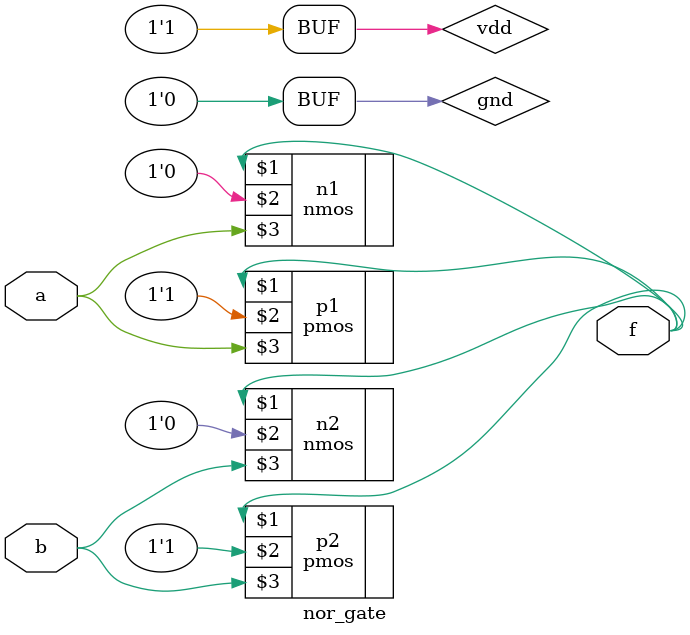
<source format=v>
`timescale 1ns / 1ps
module nor_gate(input a, b, output f);
  supply1 vdd;
  supply0 gnd;
   wire w;

  pmos p1(f,vdd,a);
  pmos p2(f,vdd,b);
  nmos n1(f,gnd,a);
  nmos n2(f,gnd,b);

endmodule




</source>
